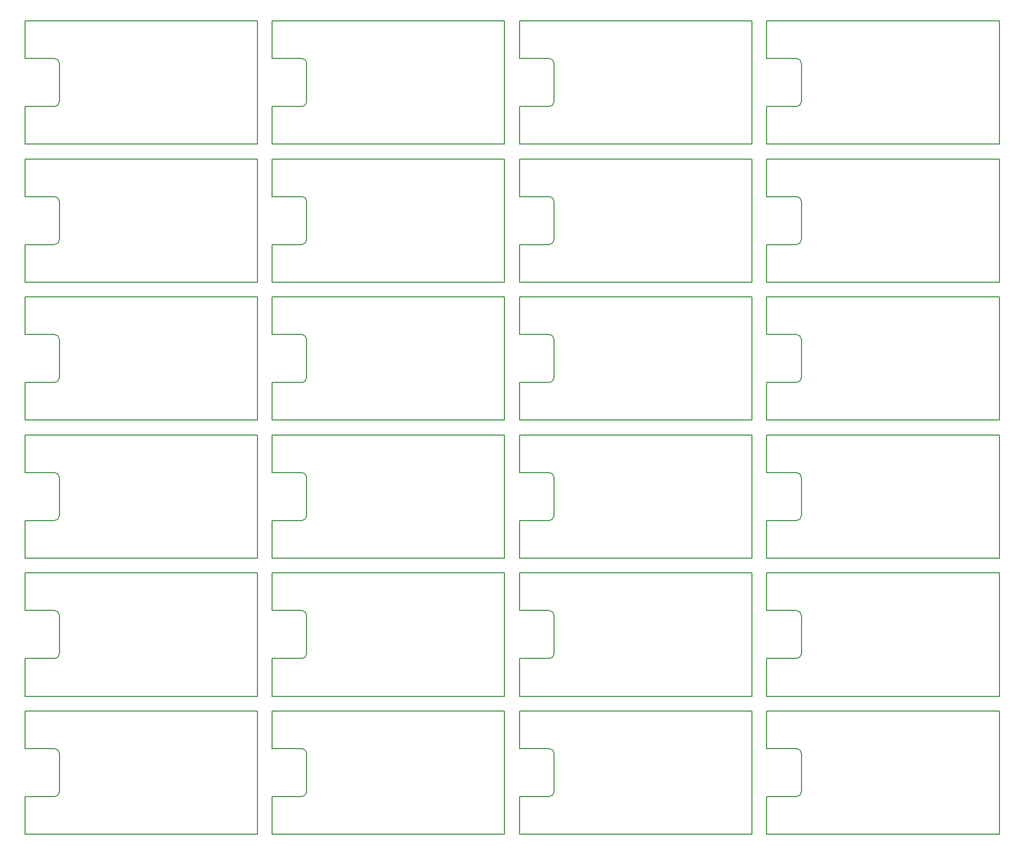
<source format=gm1>
G04 #@! TF.FileFunction,Profile,NP*
%FSLAX46Y46*%
G04 Gerber Fmt 4.6, Leading zero omitted, Abs format (unit mm)*
G04 Created by KiCad (PCBNEW 4.0.2+dfsg1-stable) date Fr 29 Apr 2016 12:30:28 CEST*
%MOMM*%
G01*
G04 APERTURE LIST*
%ADD10C,0.100000*%
%ADD11C,0.150000*%
G04 APERTURE END LIST*
D10*
D11*
X167300000Y-149100000D02*
G75*
G03X166500000Y-148300000I-800000J0D01*
G01*
X161700000Y-148300000D02*
X166500000Y-148300000D01*
X166500000Y-156100000D02*
G75*
G03X167300000Y-155300000I0J800000D01*
G01*
X161700000Y-156100000D02*
X166500000Y-156100000D01*
X167300000Y-149100000D02*
X167300000Y-155300000D01*
X161700000Y-162200000D02*
X161700000Y-156100000D01*
X161700000Y-142200000D02*
X161700000Y-148300000D01*
X199400000Y-162200000D02*
X161700000Y-162200000D01*
X199400000Y-142200000D02*
X199400000Y-162200000D01*
X161700000Y-142200000D02*
X199400000Y-142200000D01*
X199400000Y-139800000D02*
X161700000Y-139800000D01*
X161700000Y-119800000D02*
X161700000Y-125900000D01*
X166500000Y-133700000D02*
G75*
G03X167300000Y-132900000I0J800000D01*
G01*
X167300000Y-126700000D02*
G75*
G03X166500000Y-125900000I-800000J0D01*
G01*
X161700000Y-125900000D02*
X166500000Y-125900000D01*
X161700000Y-119800000D02*
X199400000Y-119800000D01*
X161700000Y-103500000D02*
X166500000Y-103500000D01*
X167300000Y-104300000D02*
G75*
G03X166500000Y-103500000I-800000J0D01*
G01*
X199400000Y-117400000D02*
X161700000Y-117400000D01*
X199400000Y-97400000D02*
X199400000Y-117400000D01*
X161700000Y-97400000D02*
X161700000Y-103500000D01*
X161700000Y-97400000D02*
X199400000Y-97400000D01*
X199400000Y-119800000D02*
X199400000Y-139800000D01*
X161700000Y-133700000D02*
X166500000Y-133700000D01*
X161700000Y-139800000D02*
X161700000Y-133700000D01*
X167300000Y-126700000D02*
X167300000Y-132900000D01*
X167300000Y-104300000D02*
X167300000Y-110500000D01*
X161700000Y-111300000D02*
X166500000Y-111300000D01*
X161700000Y-117400000D02*
X161700000Y-111300000D01*
X166500000Y-111300000D02*
G75*
G03X167300000Y-110500000I0J800000D01*
G01*
X47000000Y-149100000D02*
G75*
G03X46200000Y-148300000I-800000J0D01*
G01*
X46200000Y-156100000D02*
G75*
G03X47000000Y-155300000I0J800000D01*
G01*
X41400000Y-148300000D02*
X46200000Y-148300000D01*
X41400000Y-142200000D02*
X41400000Y-148300000D01*
X41400000Y-156100000D02*
X46200000Y-156100000D01*
X79100000Y-142200000D02*
X79100000Y-162200000D01*
X47000000Y-149100000D02*
X47000000Y-155300000D01*
X41400000Y-142200000D02*
X79100000Y-142200000D01*
X79100000Y-162200000D02*
X41400000Y-162200000D01*
X41400000Y-162200000D02*
X41400000Y-156100000D01*
X41400000Y-133700000D02*
X46200000Y-133700000D01*
X46200000Y-133700000D02*
G75*
G03X47000000Y-132900000I0J800000D01*
G01*
X41400000Y-139800000D02*
X41400000Y-133700000D01*
X47000000Y-126700000D02*
G75*
G03X46200000Y-125900000I-800000J0D01*
G01*
X79100000Y-119800000D02*
X79100000Y-139800000D01*
X79100000Y-139800000D02*
X41400000Y-139800000D01*
X41400000Y-119800000D02*
X79100000Y-119800000D01*
X47000000Y-126700000D02*
X47000000Y-132900000D01*
X47000000Y-104300000D02*
X47000000Y-110500000D01*
X41400000Y-97400000D02*
X41400000Y-103500000D01*
X47000000Y-104300000D02*
G75*
G03X46200000Y-103500000I-800000J0D01*
G01*
X79100000Y-97400000D02*
X79100000Y-117400000D01*
X41400000Y-103500000D02*
X46200000Y-103500000D01*
X79100000Y-117400000D02*
X41400000Y-117400000D01*
X41400000Y-97400000D02*
X79100000Y-97400000D01*
X41400000Y-125900000D02*
X46200000Y-125900000D01*
X41400000Y-119800000D02*
X41400000Y-125900000D01*
X41400000Y-117400000D02*
X41400000Y-111300000D01*
X46200000Y-111300000D02*
G75*
G03X47000000Y-110500000I0J800000D01*
G01*
X41400000Y-111300000D02*
X46200000Y-111300000D01*
X121600000Y-156100000D02*
X126400000Y-156100000D01*
X127200000Y-149100000D02*
G75*
G03X126400000Y-148300000I-800000J0D01*
G01*
X121600000Y-148300000D02*
X126400000Y-148300000D01*
X126400000Y-156100000D02*
G75*
G03X127200000Y-155300000I0J800000D01*
G01*
X121600000Y-162200000D02*
X121600000Y-156100000D01*
X121600000Y-142200000D02*
X121600000Y-148300000D01*
X127200000Y-149100000D02*
X127200000Y-155300000D01*
X159300000Y-162200000D02*
X121600000Y-162200000D01*
X121600000Y-119800000D02*
X121600000Y-125900000D01*
X121600000Y-125900000D02*
X126400000Y-125900000D01*
X127200000Y-126700000D02*
X127200000Y-132900000D01*
X121600000Y-119800000D02*
X159300000Y-119800000D01*
X159300000Y-142200000D02*
X159300000Y-162200000D01*
X121600000Y-142200000D02*
X159300000Y-142200000D01*
X159300000Y-119800000D02*
X159300000Y-139800000D01*
X159300000Y-139800000D02*
X121600000Y-139800000D01*
X121600000Y-97400000D02*
X121600000Y-103500000D01*
X121600000Y-103500000D02*
X126400000Y-103500000D01*
X127200000Y-104300000D02*
G75*
G03X126400000Y-103500000I-800000J0D01*
G01*
X121600000Y-97400000D02*
X159300000Y-97400000D01*
X127200000Y-104300000D02*
X127200000Y-110500000D01*
X127200000Y-126700000D02*
G75*
G03X126400000Y-125900000I-800000J0D01*
G01*
X121600000Y-139800000D02*
X121600000Y-133700000D01*
X121600000Y-133700000D02*
X126400000Y-133700000D01*
X126400000Y-133700000D02*
G75*
G03X127200000Y-132900000I0J800000D01*
G01*
X159300000Y-97400000D02*
X159300000Y-117400000D01*
X159300000Y-117400000D02*
X121600000Y-117400000D01*
X121600000Y-111300000D02*
X126400000Y-111300000D01*
X126400000Y-111300000D02*
G75*
G03X127200000Y-110500000I0J800000D01*
G01*
X121600000Y-117400000D02*
X121600000Y-111300000D01*
X81500000Y-103500000D02*
X86300000Y-103500000D01*
X86300000Y-111300000D02*
G75*
G03X87100000Y-110500000I0J800000D01*
G01*
X87100000Y-104300000D02*
G75*
G03X86300000Y-103500000I-800000J0D01*
G01*
X87100000Y-104300000D02*
X87100000Y-110500000D01*
X81500000Y-97400000D02*
X81500000Y-103500000D01*
X81500000Y-139800000D02*
X81500000Y-133700000D01*
X81500000Y-133700000D02*
X86300000Y-133700000D01*
X86300000Y-133700000D02*
G75*
G03X87100000Y-132900000I0J800000D01*
G01*
X87100000Y-126700000D02*
X87100000Y-132900000D01*
X87100000Y-126700000D02*
G75*
G03X86300000Y-125900000I-800000J0D01*
G01*
X81500000Y-142200000D02*
X81500000Y-148300000D01*
X81500000Y-142200000D02*
X119200000Y-142200000D01*
X119200000Y-139800000D02*
X81500000Y-139800000D01*
X119200000Y-162200000D02*
X81500000Y-162200000D01*
X81500000Y-162200000D02*
X81500000Y-156100000D01*
X119200000Y-142200000D02*
X119200000Y-162200000D01*
X87100000Y-149100000D02*
X87100000Y-155300000D01*
X119200000Y-119800000D02*
X119200000Y-139800000D01*
X81500000Y-119800000D02*
X119200000Y-119800000D01*
X119200000Y-117400000D02*
X81500000Y-117400000D01*
X81500000Y-97400000D02*
X119200000Y-97400000D01*
X119200000Y-97400000D02*
X119200000Y-117400000D01*
X81500000Y-125900000D02*
X86300000Y-125900000D01*
X81500000Y-117400000D02*
X81500000Y-111300000D01*
X81500000Y-119800000D02*
X81500000Y-125900000D01*
X81500000Y-111300000D02*
X86300000Y-111300000D01*
X86300000Y-156100000D02*
G75*
G03X87100000Y-155300000I0J800000D01*
G01*
X81500000Y-156100000D02*
X86300000Y-156100000D01*
X81500000Y-148300000D02*
X86300000Y-148300000D01*
X87100000Y-149100000D02*
G75*
G03X86300000Y-148300000I-800000J0D01*
G01*
X167300000Y-81900000D02*
G75*
G03X166500000Y-81100000I-800000J0D01*
G01*
X161700000Y-81100000D02*
X166500000Y-81100000D01*
X161700000Y-75000000D02*
X161700000Y-81100000D01*
X166500000Y-88900000D02*
G75*
G03X167300000Y-88100000I0J800000D01*
G01*
X126400000Y-88900000D02*
G75*
G03X127200000Y-88100000I0J800000D01*
G01*
X121600000Y-88900000D02*
X126400000Y-88900000D01*
X127200000Y-81900000D02*
G75*
G03X126400000Y-81100000I-800000J0D01*
G01*
X121600000Y-81100000D02*
X126400000Y-81100000D01*
X121600000Y-95000000D02*
X121600000Y-88900000D01*
X121600000Y-75000000D02*
X121600000Y-81100000D01*
X161700000Y-88900000D02*
X166500000Y-88900000D01*
X161700000Y-75000000D02*
X199400000Y-75000000D01*
X199400000Y-95000000D02*
X161700000Y-95000000D01*
X199400000Y-75000000D02*
X199400000Y-95000000D01*
X161700000Y-95000000D02*
X161700000Y-88900000D01*
X167300000Y-81900000D02*
X167300000Y-88100000D01*
X119200000Y-75000000D02*
X119200000Y-95000000D01*
X119200000Y-95000000D02*
X81500000Y-95000000D01*
X87100000Y-81900000D02*
X87100000Y-88100000D01*
X87100000Y-81900000D02*
G75*
G03X86300000Y-81100000I-800000J0D01*
G01*
X86300000Y-88900000D02*
G75*
G03X87100000Y-88100000I0J800000D01*
G01*
X81500000Y-75000000D02*
X119200000Y-75000000D01*
X127200000Y-81900000D02*
X127200000Y-88100000D01*
X159300000Y-75000000D02*
X159300000Y-95000000D01*
X121600000Y-75000000D02*
X159300000Y-75000000D01*
X159300000Y-95000000D02*
X121600000Y-95000000D01*
X81500000Y-88900000D02*
X86300000Y-88900000D01*
X81500000Y-75000000D02*
X81500000Y-81100000D01*
X81500000Y-81100000D02*
X86300000Y-81100000D01*
X81500000Y-95000000D02*
X81500000Y-88900000D01*
X79100000Y-75000000D02*
X79100000Y-95000000D01*
X41400000Y-88900000D02*
X46200000Y-88900000D01*
X46200000Y-88900000D02*
G75*
G03X47000000Y-88100000I0J800000D01*
G01*
X47000000Y-81900000D02*
G75*
G03X46200000Y-81100000I-800000J0D01*
G01*
X41400000Y-81100000D02*
X46200000Y-81100000D01*
X47000000Y-81900000D02*
X47000000Y-88100000D01*
X41400000Y-75000000D02*
X41400000Y-81100000D01*
X41400000Y-75000000D02*
X79100000Y-75000000D01*
X79100000Y-95000000D02*
X41400000Y-95000000D01*
X41400000Y-95000000D02*
X41400000Y-88900000D01*
X167300000Y-59500000D02*
G75*
G03X166500000Y-58700000I-800000J0D01*
G01*
X161700000Y-58700000D02*
X166500000Y-58700000D01*
X161700000Y-52600000D02*
X161700000Y-58700000D01*
X166500000Y-66500000D02*
G75*
G03X167300000Y-65700000I0J800000D01*
G01*
X126400000Y-66500000D02*
G75*
G03X127200000Y-65700000I0J800000D01*
G01*
X121600000Y-66500000D02*
X126400000Y-66500000D01*
X127200000Y-59500000D02*
G75*
G03X126400000Y-58700000I-800000J0D01*
G01*
X121600000Y-58700000D02*
X126400000Y-58700000D01*
X121600000Y-72600000D02*
X121600000Y-66500000D01*
X121600000Y-52600000D02*
X121600000Y-58700000D01*
X161700000Y-66500000D02*
X166500000Y-66500000D01*
X161700000Y-52600000D02*
X199400000Y-52600000D01*
X199400000Y-72600000D02*
X161700000Y-72600000D01*
X199400000Y-52600000D02*
X199400000Y-72600000D01*
X161700000Y-72600000D02*
X161700000Y-66500000D01*
X167300000Y-59500000D02*
X167300000Y-65700000D01*
X119200000Y-52600000D02*
X119200000Y-72600000D01*
X119200000Y-72600000D02*
X81500000Y-72600000D01*
X87100000Y-59500000D02*
X87100000Y-65700000D01*
X87100000Y-59500000D02*
G75*
G03X86300000Y-58700000I-800000J0D01*
G01*
X86300000Y-66500000D02*
G75*
G03X87100000Y-65700000I0J800000D01*
G01*
X81500000Y-52600000D02*
X119200000Y-52600000D01*
X127200000Y-59500000D02*
X127200000Y-65700000D01*
X159300000Y-52600000D02*
X159300000Y-72600000D01*
X121600000Y-52600000D02*
X159300000Y-52600000D01*
X159300000Y-72600000D02*
X121600000Y-72600000D01*
X81500000Y-66500000D02*
X86300000Y-66500000D01*
X81500000Y-52600000D02*
X81500000Y-58700000D01*
X81500000Y-58700000D02*
X86300000Y-58700000D01*
X81500000Y-72600000D02*
X81500000Y-66500000D01*
X79100000Y-52600000D02*
X79100000Y-72600000D01*
X41400000Y-66500000D02*
X46200000Y-66500000D01*
X46200000Y-66500000D02*
G75*
G03X47000000Y-65700000I0J800000D01*
G01*
X47000000Y-59500000D02*
G75*
G03X46200000Y-58700000I-800000J0D01*
G01*
X41400000Y-58700000D02*
X46200000Y-58700000D01*
X47000000Y-59500000D02*
X47000000Y-65700000D01*
X41400000Y-52600000D02*
X41400000Y-58700000D01*
X41400000Y-52600000D02*
X79100000Y-52600000D01*
X79100000Y-72600000D02*
X41400000Y-72600000D01*
X41400000Y-72600000D02*
X41400000Y-66500000D01*
X161700000Y-36300000D02*
X166500000Y-36300000D01*
X161700000Y-44100000D02*
X166500000Y-44100000D01*
X166500000Y-44100000D02*
G75*
G03X167300000Y-43300000I0J800000D01*
G01*
X167300000Y-37100000D02*
G75*
G03X166500000Y-36300000I-800000J0D01*
G01*
X161700000Y-50200000D02*
X161700000Y-44100000D01*
X161700000Y-30200000D02*
X161700000Y-36300000D01*
X161700000Y-30200000D02*
X199400000Y-30200000D01*
X199400000Y-50200000D02*
X161700000Y-50200000D01*
X199400000Y-30200000D02*
X199400000Y-50200000D01*
X167300000Y-37100000D02*
X167300000Y-43300000D01*
X121600000Y-36300000D02*
X126400000Y-36300000D01*
X121600000Y-44100000D02*
X126400000Y-44100000D01*
X126400000Y-44100000D02*
G75*
G03X127200000Y-43300000I0J800000D01*
G01*
X127200000Y-37100000D02*
G75*
G03X126400000Y-36300000I-800000J0D01*
G01*
X121600000Y-50200000D02*
X121600000Y-44100000D01*
X121600000Y-30200000D02*
X121600000Y-36300000D01*
X121600000Y-30200000D02*
X159300000Y-30200000D01*
X159300000Y-50200000D02*
X121600000Y-50200000D01*
X159300000Y-30200000D02*
X159300000Y-50200000D01*
X127200000Y-37100000D02*
X127200000Y-43300000D01*
X81500000Y-36300000D02*
X86300000Y-36300000D01*
X81500000Y-44100000D02*
X86300000Y-44100000D01*
X86300000Y-44100000D02*
G75*
G03X87100000Y-43300000I0J800000D01*
G01*
X87100000Y-37100000D02*
G75*
G03X86300000Y-36300000I-800000J0D01*
G01*
X81500000Y-50200000D02*
X81500000Y-44100000D01*
X81500000Y-30200000D02*
X81500000Y-36300000D01*
X81500000Y-30200000D02*
X119200000Y-30200000D01*
X119200000Y-50200000D02*
X81500000Y-50200000D01*
X119200000Y-30200000D02*
X119200000Y-50200000D01*
X87100000Y-37100000D02*
X87100000Y-43300000D01*
X41400000Y-30200000D02*
X41400000Y-36300000D01*
X79100000Y-30200000D02*
X79100000Y-50200000D01*
X47000000Y-37100000D02*
X47000000Y-43300000D01*
X41400000Y-36300000D02*
X46200000Y-36300000D01*
X47000000Y-37100000D02*
G75*
G03X46200000Y-36300000I-800000J0D01*
G01*
X46200000Y-44100000D02*
G75*
G03X47000000Y-43300000I0J800000D01*
G01*
X41400000Y-44100000D02*
X46200000Y-44100000D01*
X41400000Y-50200000D02*
X41400000Y-44100000D01*
X79100000Y-50200000D02*
X41400000Y-50200000D01*
X41400000Y-30200000D02*
X79100000Y-30200000D01*
M02*

</source>
